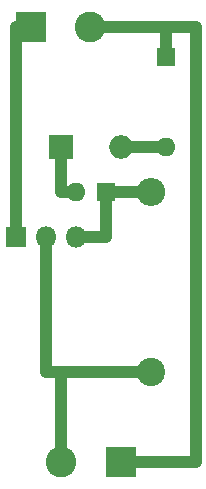
<source format=gbr>
G04 #@! TF.GenerationSoftware,KiCad,Pcbnew,5.0.2+dfsg1-1+deb10u1*
G04 #@! TF.CreationDate,2024-04-28T19:44:51+02:00*
G04 #@! TF.ProjectId,ANONI,414e4f4e-492e-46b6-9963-61645f706362,rev?*
G04 #@! TF.SameCoordinates,Original*
G04 #@! TF.FileFunction,Copper,L1,Top*
G04 #@! TF.FilePolarity,Positive*
%FSLAX46Y46*%
G04 Gerber Fmt 4.6, Leading zero omitted, Abs format (unit mm)*
G04 Created by KiCad (PCBNEW 5.0.2+dfsg1-1+deb10u1) date dom 28 apr 2024 19:44:51 CEST*
%MOMM*%
%LPD*%
G01*
G04 APERTURE LIST*
G04 #@! TA.AperFunction,ComponentPad*
%ADD10R,1.600000X1.600000*%
G04 #@! TD*
G04 #@! TA.AperFunction,ComponentPad*
%ADD11O,1.600000X1.600000*%
G04 #@! TD*
G04 #@! TA.AperFunction,ComponentPad*
%ADD12C,2.400000*%
G04 #@! TD*
G04 #@! TA.AperFunction,ComponentPad*
%ADD13O,2.400000X2.400000*%
G04 #@! TD*
G04 #@! TA.AperFunction,ComponentPad*
%ADD14R,2.000000X2.000000*%
G04 #@! TD*
G04 #@! TA.AperFunction,ComponentPad*
%ADD15O,2.000000X2.000000*%
G04 #@! TD*
G04 #@! TA.AperFunction,ComponentPad*
%ADD16R,1.800000X1.800000*%
G04 #@! TD*
G04 #@! TA.AperFunction,ComponentPad*
%ADD17O,1.800000X1.800000*%
G04 #@! TD*
G04 #@! TA.AperFunction,ComponentPad*
%ADD18C,2.600000*%
G04 #@! TD*
G04 #@! TA.AperFunction,ComponentPad*
%ADD19R,2.600000X2.600000*%
G04 #@! TD*
G04 #@! TA.AperFunction,Conductor*
%ADD20C,1.000000*%
G04 #@! TD*
G04 APERTURE END LIST*
D10*
G04 #@! TO.P,DProtez1,1*
G04 #@! TO.N,GND*
X177800000Y87630000D03*
D11*
G04 #@! TO.P,DProtez1,2*
G04 #@! TO.N,Net-(D43v1-Pad2)*
X177800000Y80010000D03*
G04 #@! TD*
D12*
G04 #@! TO.P,r1500ohm_0.5W1,1*
G04 #@! TO.N,Net-(JPannSol1-Pad2)*
X176530000Y60960000D03*
D13*
G04 #@! TO.P,r1500ohm_0.5W1,2*
G04 #@! TO.N,Net-(Q1-Pad3)*
X176530000Y76200000D03*
G04 #@! TD*
D14*
G04 #@! TO.P,D43v1,1*
G04 #@! TO.N,Net-(D43v1-Pad1)*
X168910000Y80010000D03*
D15*
G04 #@! TO.P,D43v1,2*
G04 #@! TO.N,Net-(D43v1-Pad2)*
X173990000Y80010000D03*
G04 #@! TD*
D16*
G04 #@! TO.P,Q1,1*
G04 #@! TO.N,Net-(JBici1-Pad1)*
X165100000Y72390000D03*
D17*
G04 #@! TO.P,Q1,2*
G04 #@! TO.N,Net-(JPannSol1-Pad2)*
X167640000Y72390000D03*
G04 #@! TO.P,Q1,3*
G04 #@! TO.N,Net-(Q1-Pad3)*
X170180000Y72390000D03*
G04 #@! TD*
D18*
G04 #@! TO.P,JPannSol1,2*
G04 #@! TO.N,Net-(JPannSol1-Pad2)*
X168990000Y53340000D03*
D19*
G04 #@! TO.P,JPannSol1,1*
G04 #@! TO.N,GND*
X173990000Y53340000D03*
G04 #@! TD*
G04 #@! TO.P,JBici1,1*
G04 #@! TO.N,Net-(JBici1-Pad1)*
X166370000Y90170000D03*
D18*
G04 #@! TO.P,JBici1,2*
G04 #@! TO.N,GND*
X171370000Y90170000D03*
G04 #@! TD*
D10*
G04 #@! TO.P,led1,1*
G04 #@! TO.N,Net-(Q1-Pad3)*
X172720000Y76200000D03*
D11*
G04 #@! TO.P,led1,2*
G04 #@! TO.N,Net-(D43v1-Pad1)*
X170180000Y76200000D03*
G04 #@! TD*
D20*
G04 #@! TO.N,GND*
X173990000Y53340000D02*
X180340000Y53340000D01*
X180340000Y53340000D02*
X180340000Y90170000D01*
X177800000Y89430000D02*
X177800000Y90170000D01*
X177800000Y87630000D02*
X177800000Y89430000D01*
X180340000Y90170000D02*
X177800000Y90170000D01*
X177800000Y90170000D02*
X173910000Y90170000D01*
X171370000Y90170000D02*
X173910000Y90170000D01*
G04 #@! TO.N,Net-(D43v1-Pad1)*
X170180000Y76200000D02*
X168910000Y76200000D01*
X168910000Y76200000D02*
X168910000Y80010000D01*
G04 #@! TO.N,Net-(JBici1-Pad1)*
X166370000Y90170000D02*
X165100000Y90170000D01*
X165100000Y90170000D02*
X165100000Y72390000D01*
G04 #@! TO.N,Net-(JPannSol1-Pad2)*
X168990000Y60880000D02*
X168910000Y60960000D01*
X167640000Y60960000D02*
X168910000Y60960000D01*
X167640000Y72390000D02*
X167640000Y60960000D01*
X168910000Y60960000D02*
X176530000Y60960000D01*
X168990000Y53340000D02*
X168990000Y60880000D01*
G04 #@! TO.N,Net-(Q1-Pad3)*
X176530000Y76200000D02*
X172720000Y76200000D01*
X170180000Y72390000D02*
X172720000Y72390000D01*
X172720000Y72390000D02*
X172720000Y76200000D01*
G04 #@! TO.N,Net-(D43v1-Pad2)*
X173990000Y80010000D02*
X177800000Y80010000D01*
G04 #@! TD*
M02*

</source>
